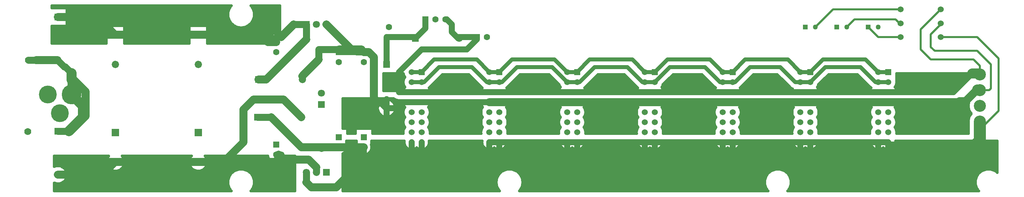
<source format=gbl>
G04 DipTrace 3.0.0.1*
G04 moraydular_powerbus_powered_skiff.GBL*
%MOMM*%
G04 #@! TF.FileFunction,Copper,L2,Bot*
G04 #@! TF.Part,Single*
G04 #@! TA.AperFunction,CopperBalancing*
%ADD13C,2.032*%
G04 #@! TA.AperFunction,Conductor*
%ADD14C,2.54*%
%ADD15C,0.508*%
G04 #@! TA.AperFunction,ComponentPad*
%ADD16C,1.524*%
G04 #@! TA.AperFunction,Conductor*
%ADD17C,1.5*%
%ADD18C,1.8*%
G04 #@! TA.AperFunction,ComponentPad*
%ADD19C,1.6*%
G04 #@! TA.AperFunction,Conductor*
%ADD20C,3.048*%
%ADD21C,1.016*%
%ADD22C,1.85*%
%ADD23C,2.0*%
%ADD24C,1.778*%
G04 #@! TA.AperFunction,CopperBalancing*
%ADD25C,0.635*%
G04 #@! TA.AperFunction,ComponentPad*
%ADD28R,1.524X1.524*%
%ADD29C,1.27*%
%ADD30R,1.27X1.27*%
%ADD31R,1.6X1.6*%
%ADD32C,1.6*%
%ADD33R,1.8X1.8*%
%ADD34C,1.8*%
%ADD35C,3.048*%
%ADD36C,1.524*%
%ADD37C,4.5212*%
%ADD38C,5.0038*%
%ADD39R,1.85X1.85*%
%ADD40C,1.85*%
%ADD41C,1.778*%
%FSLAX35Y35*%
G04*
G71*
G90*
G75*
G01*
G04 Bottom*
%LPD*%
X12969751Y3413001D2*
D13*
X13223751D1*
X14938251D1*
X15192251D1*
X16906751D1*
X17160751D1*
X18875251D1*
X19129251D1*
X20843751D1*
X21097751D1*
X22812251D1*
X23066251D1*
X25003001D1*
X25320501Y3730501D1*
D14*
X25368761D1*
D13*
X25384001Y3715261D1*
X24399751Y5413251D2*
D15*
Y5381501D1*
X24145751Y5127501D1*
Y4810001D1*
X24241001Y4714751D1*
X25320501D1*
X25669751Y4365501D1*
Y3762251D1*
X25622761Y3715261D1*
X25384001D1*
X14938251Y3413001D2*
D16*
X13223751D1*
X12969751D1*
X11255251D1*
X11001251D1*
X10366251Y3260501D2*
D17*
X10594751D1*
X10747251Y3413001D1*
X11001251D1*
X8842251Y5381501D2*
D18*
D3*
D13*
X9477251Y4746501D1*
D19*
X9540751D1*
X9604251Y4683001D1*
X9794751D1*
D13*
X9921751D1*
X10048751Y4556001D1*
Y3514501D1*
X10167271Y3395981D1*
D18*
X10230771D1*
X10366251Y3260501D1*
X8232751Y3984501D2*
Y4073501D1*
D13*
X8651751Y4492501D1*
D18*
Y4746501D1*
X8715251D1*
X9160851D1*
D13*
X9731251D1*
D19*
X9794751Y4683001D1*
X9159751D2*
D17*
X9794751D1*
X12969751Y3667001D2*
D16*
X13223751D1*
X14938251D1*
X15192251D1*
X16906751D1*
X17160751D1*
X18875251D1*
X19129251D1*
X20843751D1*
X21097751D1*
X22812251D1*
X23066251D1*
X25384001Y4111501D2*
D14*
Y4143251D1*
X25193501D1*
D16*
X24717251Y3667001D1*
X23066251D1*
X24399751Y5762501D2*
D15*
X23891751Y5254501D1*
Y4746501D1*
X24145751Y4492501D1*
X25225251D1*
X25384001Y4333751D1*
Y4111501D1*
X11001251Y3667001D2*
D16*
X11255251D1*
X12969751D1*
X12201501Y5032251D2*
X12176001D1*
X12017251Y5191001D1*
Y5381501D1*
X11890251Y5508501D1*
X11858501D1*
X12201501Y5032251D2*
D17*
Y5064001D1*
X12652251D1*
Y5000501D1*
X12398251Y4746501D1*
X11255251D1*
X10683751Y4175001D1*
Y3667001D1*
X11001251D1*
X12969751Y2397001D2*
D16*
X13223751D1*
X14938251D1*
X15192251D1*
X16906751D1*
X17160751D1*
X18875251D1*
X19129251D1*
X20843751D1*
X21097751D1*
X22812251D1*
X23066251D1*
Y2333501D1*
X23955251D1*
D13*
X25288751D1*
D20*
X25384001Y2428751D1*
Y2922781D1*
X24399751Y5064001D2*
D15*
X25320501D1*
X25860251Y4524251D1*
Y3190724D1*
X25488154Y2818627D1*
X25384001Y2922781D1*
X7102251Y3032001D2*
D18*
X7445251D1*
D13*
X8207251Y2270001D1*
X8740751D1*
D18*
X8715251Y2244501D1*
X8334251Y1635001D2*
Y1381001D1*
D13*
X8461251Y1254001D1*
X9096251D1*
X9413751Y1571501D1*
Y2141591D1*
D19*
X9666341D1*
X9794751Y2270001D1*
X8715251Y2244501D2*
D18*
Y2270001D1*
D13*
X9794751D1*
X9159751D2*
D17*
X9794751D1*
X12969751Y3921001D2*
D21*
X13223751D1*
X13287251D1*
X13668251Y4302001D1*
X14557251D1*
X14938251Y3921001D1*
X15192251D1*
X15255751D1*
X15636751Y4302001D1*
X16462251D1*
X16843251Y3921001D1*
X16906751D1*
X17160751D1*
X17541751Y4302001D1*
X18430751D1*
X18811751Y3921001D1*
X18875251D1*
X19129251D1*
X19192751D1*
X19573751Y4302001D1*
X20335751D1*
X20716751Y3921001D1*
X20843751D1*
X21097751D1*
X21478751Y4302001D1*
X22367751D1*
X22748751Y3921001D1*
X22812251D1*
X23066251D1*
X11001251D2*
X11255251D1*
X11318751D1*
X11699751Y4302001D1*
X12525251D1*
X12906251Y3921001D1*
X12969751D1*
X23383751Y5413251D2*
D15*
X23352001D1*
X23256751Y5508501D1*
X22209001D1*
X22018501Y5318001D1*
X2047751Y5572001D2*
D18*
X2239351D1*
D13*
X3051751D1*
X3365001Y5258751D1*
D22*
X3502251Y5121501D1*
X3696351D1*
D13*
X5403651D1*
D22*
X5597751D1*
X7127751Y3984501D2*
D13*
X7318251D1*
X8334251Y5000501D1*
D18*
Y5381501D1*
X5597751Y5121501D2*
D22*
X5791851D1*
D13*
X7387751D1*
D19*
X7572251Y4937001D1*
Y5064001D1*
X7699251D1*
D13*
X8016751Y5381501D1*
D18*
X8334251D1*
X2047751Y1571501D2*
X2239351D1*
D13*
X3178751D1*
X3365001Y1757751D1*
D22*
X3502251Y1895001D1*
X3696351D1*
D13*
X5403651D1*
D22*
X5597751D1*
X8207251Y3032001D2*
D13*
X7762751Y3476501D1*
X7000751D1*
X6746751Y3222501D1*
Y2397001D1*
X6244751Y1895001D1*
X5791851D1*
D22*
X5597751D1*
X5791851D2*
D13*
X7514751D1*
D19*
X7699251Y2079501D1*
X7572251D1*
X7635751D1*
D13*
X7762751Y1952501D1*
X8397751D1*
X8588251Y1762001D1*
D18*
Y1635001D1*
X12969751Y4175001D2*
D21*
X13223751D1*
X13541251Y4492501D1*
X14620751D1*
X14938251Y4175001D1*
X15192251D1*
X15509751Y4492501D1*
X16589251D1*
X16906751Y4175001D1*
X17160751D1*
X17478251Y4492501D1*
X18557751D1*
X18875251Y4175001D1*
X19129251D1*
X19446751Y4492501D1*
X20526251D1*
X20843751Y4175001D1*
X21097751D1*
X21415251Y4492501D1*
X22494751D1*
X22812251Y4175001D1*
X23066251D1*
X12969751D2*
X12652251Y4492501D1*
X11572751D1*
X11255251Y4175001D1*
X11001251D1*
X2393751Y3603501D2*
D23*
Y3980501D1*
D14*
Y4032983D1*
Y4146501D1*
D18*
X2226694Y4313557D1*
X2201194D1*
X2047751Y4467001D1*
Y2676501D2*
X2327251D1*
D14*
X2682751Y3032001D1*
Y3314501D1*
X2554264Y3442987D1*
D23*
X2393751Y3603501D1*
X1300981Y4476837D2*
D24*
X1491481D1*
D13*
X2037914D1*
D18*
X2047751Y4467001D1*
X2393751Y4032983D2*
D13*
X2745757Y3680976D1*
Y3058130D1*
X2364128Y2676501D1*
D18*
X2327251D1*
X23383751Y5762501D2*
D15*
X21669251D1*
X21224751Y5318001D1*
X10366251Y4365501D2*
D16*
Y5064001D1*
X10429751D1*
X11096501Y5032251D2*
X11350501Y5286251D1*
Y5508501D1*
X10429751Y5064001D2*
X11096501D1*
Y5032251D1*
X23383751Y5064001D2*
D15*
X22812251D1*
X22558251Y5318001D1*
X9356537Y2365584D2*
D25*
X9597964D1*
X9991537D2*
X10810911D1*
X11445591D2*
X12779411D1*
X13414091D2*
X14747911D1*
X15382591D2*
X16716411D1*
X17351091D2*
X18684911D1*
X19319591D2*
X20653411D1*
X21288091D2*
X22621911D1*
X23256591D2*
X25822087D1*
X9353811Y2302417D2*
X9600691D1*
X9988811D2*
X10833981D1*
X11422521D2*
X12802481D1*
X13391021D2*
X14770981D1*
X15359521D2*
X16739481D1*
X17328021D2*
X18707981D1*
X19296521D2*
X20676481D1*
X21265021D2*
X22644981D1*
X23233521D2*
X25822087D1*
X9354057Y2239251D2*
X9600444D1*
X9989057D2*
X10895001D1*
X11107501D2*
X11149167D1*
X11361501D2*
X12863501D1*
X13076001D2*
X13117667D1*
X13330001D2*
X14832001D1*
X15044501D2*
X15086167D1*
X15298501D2*
X16800501D1*
X17013001D2*
X17054667D1*
X17267001D2*
X18769001D1*
X18981501D2*
X19023167D1*
X19235501D2*
X20737501D1*
X20950001D2*
X20991667D1*
X21204001D2*
X22706001D1*
X22918501D2*
X22960167D1*
X23172501D2*
X25822087D1*
X9331857Y2176084D2*
X9622644D1*
X9966857D2*
X25822087D1*
X9273814Y2112917D2*
X9680687D1*
X9908814D2*
X25822087D1*
X9261414Y2049751D2*
X25822087D1*
X9261414Y1986584D2*
X25822087D1*
X9261414Y1923417D2*
X25822087D1*
X9261414Y1860251D2*
X25822087D1*
X9261414Y1797084D2*
X25822087D1*
X9261414Y1733917D2*
X25822087D1*
X9261414Y1670751D2*
X13309117D1*
X13646384D2*
X20103617D1*
X20440884D2*
X25437617D1*
X25774884D2*
X25822034D1*
X9261414Y1607584D2*
X13228624D1*
X13726877D2*
X20023124D1*
X20521377D2*
X25357124D1*
X9261414Y1544417D2*
X13182364D1*
X13773137D2*
X19976864D1*
X20567637D2*
X25310864D1*
X9261414Y1481251D2*
X13154831D1*
X13800671D2*
X19949331D1*
X20595171D2*
X25283331D1*
X9261414Y1418084D2*
X13141437D1*
X13814064D2*
X19935937D1*
X20608564D2*
X25269937D1*
X9261414Y1354917D2*
X13140321D1*
X13815181D2*
X19934821D1*
X20609681D2*
X25268821D1*
X9261414Y1291751D2*
X13151481D1*
X13804021D2*
X19945981D1*
X20598521D2*
X25279981D1*
X9261414Y1228584D2*
X13176411D1*
X13779091D2*
X19970911D1*
X20573591D2*
X25304911D1*
X9261414Y1165417D2*
X13218827D1*
X13736674D2*
X20013327D1*
X20531174D2*
X25347327D1*
X13410334Y2390651D2*
X13407747Y2365404D1*
X13401761Y2340741D1*
X13392484Y2317114D1*
X13380091Y2294967D1*
X13364807Y2274704D1*
X13346914Y2256701D1*
X13326747Y2241294D1*
X13304677Y2228761D1*
X13281111Y2219341D1*
X13256484Y2213204D1*
X13231251Y2210461D1*
X13205881Y2211167D1*
X13180841Y2215311D1*
X13156594Y2222807D1*
X13133587Y2233527D1*
X13112247Y2247267D1*
X13096764Y2260174D1*
X13077984Y2244887D1*
X13056351Y2231611D1*
X13033117Y2221394D1*
X13008714Y2214421D1*
X12983591Y2210824D1*
X12958211Y2210667D1*
X12933044Y2213954D1*
X12908554Y2220624D1*
X12885197Y2230554D1*
X12863404Y2243561D1*
X12843574Y2259404D1*
X12826077Y2277791D1*
X12811237Y2298377D1*
X12799324Y2320791D1*
X12790564Y2344611D1*
X12785114Y2369397D1*
X12783074Y2394697D1*
X12784487Y2420037D1*
X12785804Y2428744D1*
X11439177Y2428751D1*
X11441621Y2407951D1*
X11441507Y2384311D1*
X11438067Y2359164D1*
X11431244Y2334717D1*
X11421171Y2311424D1*
X11408031Y2289707D1*
X11392067Y2269977D1*
X11373574Y2252594D1*
X11352894Y2237881D1*
X11330407Y2226107D1*
X11306534Y2217494D1*
X11281714Y2212194D1*
X11256404Y2210314D1*
X11231071Y2211884D1*
X11206187Y2216874D1*
X11182207Y2225194D1*
X11159581Y2236687D1*
X11138721Y2251147D1*
X11128264Y2260174D1*
X11109484Y2244887D1*
X11087851Y2231611D1*
X11064617Y2221394D1*
X11040214Y2214421D1*
X11015091Y2210824D1*
X10989711Y2210667D1*
X10964544Y2213954D1*
X10940054Y2220624D1*
X10916697Y2230554D1*
X10894904Y2243561D1*
X10875074Y2259404D1*
X10857577Y2277791D1*
X10842737Y2298377D1*
X10830824Y2320791D1*
X10822064Y2344611D1*
X10816614Y2369397D1*
X10814574Y2394697D1*
X10815987Y2420037D1*
X10817304Y2428744D1*
X9985241Y2428741D1*
Y2333511D1*
X9974451D1*
X9982064Y2304641D1*
X9985007Y2279431D1*
X9984817Y2257311D1*
X9981444Y2232154D1*
X9974754Y2207671D1*
X9964871Y2184294D1*
X9951964Y2162437D1*
X9936271Y2142491D1*
X9918061Y2124807D1*
X9897664Y2109704D1*
X9875441Y2097444D1*
X9851784Y2088247D1*
X9827114Y2082281D1*
X9801871Y2079644D1*
X9776501Y2080387D1*
X9751454Y2084497D1*
X9727177Y2091901D1*
X9704097Y2102464D1*
X9682631Y2116004D1*
X9663151Y2132277D1*
X9646011Y2150994D1*
X9631507Y2171824D1*
X9619904Y2194397D1*
X9611407Y2218314D1*
X9606164Y2243147D1*
X9604267Y2268457D1*
X9605754Y2293797D1*
X9610594Y2318711D1*
X9615187Y2333514D1*
X9604261Y2333511D1*
X9604251Y2428751D1*
X9350241Y2428741D1*
Y2333511D1*
X9339451D1*
X9344977Y2314471D1*
X9349654Y2284947D1*
Y2255054D1*
X9344977Y2225531D1*
X9335741Y2197104D1*
X9322171Y2170471D1*
X9304601Y2146287D1*
X9283464Y2125151D1*
X9259281Y2107581D1*
X9255051Y2105211D1*
X9255001Y1158874D1*
X13231067Y1158751D1*
X13209091Y1185807D1*
X13194604Y1207487D1*
X13181861Y1230237D1*
X13170947Y1253917D1*
X13161921Y1278381D1*
X13154844Y1303477D1*
X13149757Y1329051D1*
X13146691Y1354947D1*
X13145667Y1381001D1*
X13146691Y1407054D1*
X13149757Y1432951D1*
X13154844Y1458524D1*
X13161921Y1483621D1*
X13170947Y1508084D1*
X13181861Y1531764D1*
X13194604Y1554514D1*
X13209091Y1576194D1*
X13225234Y1596671D1*
X13242931Y1615821D1*
X13262081Y1633517D1*
X13282557Y1649661D1*
X13304237Y1664147D1*
X13326987Y1676891D1*
X13350667Y1687804D1*
X13375131Y1696831D1*
X13400227Y1703907D1*
X13425801Y1708994D1*
X13451697Y1712061D1*
X13477751Y1713084D1*
X13503804Y1712061D1*
X13529701Y1708994D1*
X13555274Y1703907D1*
X13580371Y1696831D1*
X13604834Y1687804D1*
X13628514Y1676891D1*
X13651264Y1664147D1*
X13672944Y1649661D1*
X13693421Y1633517D1*
X13712571Y1615821D1*
X13730267Y1596671D1*
X13746411Y1576194D1*
X13760897Y1554514D1*
X13773641Y1531764D1*
X13784554Y1508084D1*
X13793581Y1483621D1*
X13800657Y1458524D1*
X13805744Y1432951D1*
X13808811Y1407054D1*
X13809834Y1381001D1*
X13808811Y1354947D1*
X13805744Y1329051D1*
X13800657Y1303477D1*
X13793581Y1278381D1*
X13784554Y1253917D1*
X13773641Y1230237D1*
X13760897Y1207487D1*
X13746411Y1185807D1*
X13724254Y1158824D1*
X20025567Y1158751D1*
X20003591Y1185807D1*
X19989104Y1207487D1*
X19976361Y1230237D1*
X19965447Y1253917D1*
X19956421Y1278381D1*
X19949344Y1303477D1*
X19944257Y1329051D1*
X19941191Y1354947D1*
X19940167Y1381001D1*
X19941191Y1407054D1*
X19944257Y1432951D1*
X19949344Y1458524D1*
X19956421Y1483621D1*
X19965447Y1508084D1*
X19976361Y1531764D1*
X19989104Y1554514D1*
X20003591Y1576194D1*
X20019734Y1596671D1*
X20037431Y1615821D1*
X20056581Y1633517D1*
X20077057Y1649661D1*
X20098737Y1664147D1*
X20121487Y1676891D1*
X20145167Y1687804D1*
X20169631Y1696831D1*
X20194727Y1703907D1*
X20220301Y1708994D1*
X20246197Y1712061D1*
X20272251Y1713084D1*
X20298304Y1712061D1*
X20324201Y1708994D1*
X20349774Y1703907D1*
X20374871Y1696831D1*
X20399334Y1687804D1*
X20423014Y1676891D1*
X20445764Y1664147D1*
X20467444Y1649661D1*
X20487921Y1633517D1*
X20507071Y1615821D1*
X20524767Y1596671D1*
X20540911Y1576194D1*
X20555397Y1554514D1*
X20568141Y1531764D1*
X20579054Y1508084D1*
X20588081Y1483621D1*
X20595157Y1458524D1*
X20600244Y1432951D1*
X20603311Y1407054D1*
X20604334Y1381001D1*
X20603311Y1354947D1*
X20600244Y1329051D1*
X20595157Y1303477D1*
X20588081Y1278381D1*
X20579054Y1253917D1*
X20568141Y1230237D1*
X20555397Y1207487D1*
X20540911Y1185807D1*
X20518754Y1158824D1*
X25359567Y1158751D1*
X25337591Y1185807D1*
X25323104Y1207487D1*
X25310361Y1230237D1*
X25299447Y1253917D1*
X25290421Y1278381D1*
X25283344Y1303477D1*
X25278257Y1329051D1*
X25275191Y1354947D1*
X25274167Y1381001D1*
X25275191Y1407054D1*
X25278257Y1432951D1*
X25283344Y1458524D1*
X25290421Y1483621D1*
X25299447Y1508084D1*
X25310361Y1531764D1*
X25323104Y1554514D1*
X25337591Y1576194D1*
X25353734Y1596671D1*
X25371431Y1615821D1*
X25390581Y1633517D1*
X25411057Y1649661D1*
X25432737Y1664147D1*
X25455487Y1676891D1*
X25479167Y1687804D1*
X25503631Y1696831D1*
X25528727Y1703907D1*
X25554301Y1708994D1*
X25580197Y1712061D1*
X25606251Y1713084D1*
X25632304Y1712061D1*
X25658201Y1708994D1*
X25683774Y1703907D1*
X25708871Y1696831D1*
X25733334Y1687804D1*
X25757014Y1676891D1*
X25779764Y1664147D1*
X25801444Y1649661D1*
X25828427Y1627504D1*
X25828501Y2428627D1*
X23250177Y2428751D1*
X23252621Y2407951D1*
X23252507Y2384311D1*
X23249067Y2359164D1*
X23242244Y2334717D1*
X23232171Y2311424D1*
X23219031Y2289707D1*
X23203067Y2269977D1*
X23184574Y2252594D1*
X23163894Y2237881D1*
X23141407Y2226107D1*
X23117534Y2217494D1*
X23092714Y2212194D1*
X23067404Y2210314D1*
X23042071Y2211884D1*
X23017187Y2216874D1*
X22993207Y2225194D1*
X22970581Y2236687D1*
X22949721Y2251147D1*
X22939264Y2260174D1*
X22920484Y2244887D1*
X22898851Y2231611D1*
X22875617Y2221394D1*
X22851214Y2214421D1*
X22826091Y2210824D1*
X22800711Y2210667D1*
X22775544Y2213954D1*
X22751054Y2220624D1*
X22727697Y2230554D1*
X22705904Y2243561D1*
X22686074Y2259404D1*
X22668577Y2277791D1*
X22653737Y2298377D1*
X22641824Y2320791D1*
X22633064Y2344611D1*
X22627614Y2369397D1*
X22625574Y2394697D1*
X22626987Y2420037D1*
X22628304Y2428744D1*
X21281677Y2428751D1*
X21284121Y2407951D1*
X21284007Y2384311D1*
X21280567Y2359164D1*
X21273744Y2334717D1*
X21263671Y2311424D1*
X21250531Y2289707D1*
X21234567Y2269977D1*
X21216074Y2252594D1*
X21195394Y2237881D1*
X21172907Y2226107D1*
X21149034Y2217494D1*
X21124214Y2212194D1*
X21098904Y2210314D1*
X21073571Y2211884D1*
X21048687Y2216874D1*
X21024707Y2225194D1*
X21002081Y2236687D1*
X20981221Y2251147D1*
X20970764Y2260174D1*
X20951984Y2244887D1*
X20930351Y2231611D1*
X20907117Y2221394D1*
X20882714Y2214421D1*
X20857591Y2210824D1*
X20832211Y2210667D1*
X20807044Y2213954D1*
X20782554Y2220624D1*
X20759197Y2230554D1*
X20737404Y2243561D1*
X20717574Y2259404D1*
X20700077Y2277791D1*
X20685237Y2298377D1*
X20673324Y2320791D1*
X20664564Y2344611D1*
X20659114Y2369397D1*
X20657074Y2394697D1*
X20658487Y2420037D1*
X20659804Y2428744D1*
X19313177Y2428751D1*
X19315621Y2407951D1*
X19315507Y2384311D1*
X19312067Y2359164D1*
X19305244Y2334717D1*
X19295171Y2311424D1*
X19282031Y2289707D1*
X19266067Y2269977D1*
X19247574Y2252594D1*
X19226894Y2237881D1*
X19204407Y2226107D1*
X19180534Y2217494D1*
X19155714Y2212194D1*
X19130404Y2210314D1*
X19105071Y2211884D1*
X19080187Y2216874D1*
X19056207Y2225194D1*
X19033581Y2236687D1*
X19012721Y2251147D1*
X19002264Y2260174D1*
X18983484Y2244887D1*
X18961851Y2231611D1*
X18938617Y2221394D1*
X18914214Y2214421D1*
X18889091Y2210824D1*
X18863711Y2210667D1*
X18838544Y2213954D1*
X18814054Y2220624D1*
X18790697Y2230554D1*
X18768904Y2243561D1*
X18749074Y2259404D1*
X18731577Y2277791D1*
X18716737Y2298377D1*
X18704824Y2320791D1*
X18696064Y2344611D1*
X18690614Y2369397D1*
X18688574Y2394697D1*
X18689987Y2420037D1*
X18691304Y2428744D1*
X17344677Y2428751D1*
X17347121Y2407951D1*
X17347007Y2384311D1*
X17343567Y2359164D1*
X17336744Y2334717D1*
X17326671Y2311424D1*
X17313531Y2289707D1*
X17297567Y2269977D1*
X17279074Y2252594D1*
X17258394Y2237881D1*
X17235907Y2226107D1*
X17212034Y2217494D1*
X17187214Y2212194D1*
X17161904Y2210314D1*
X17136571Y2211884D1*
X17111687Y2216874D1*
X17087707Y2225194D1*
X17065081Y2236687D1*
X17044221Y2251147D1*
X17033764Y2260174D1*
X17014984Y2244887D1*
X16993351Y2231611D1*
X16970117Y2221394D1*
X16945714Y2214421D1*
X16920591Y2210824D1*
X16895211Y2210667D1*
X16870044Y2213954D1*
X16845554Y2220624D1*
X16822197Y2230554D1*
X16800404Y2243561D1*
X16780574Y2259404D1*
X16763077Y2277791D1*
X16748237Y2298377D1*
X16736324Y2320791D1*
X16727564Y2344611D1*
X16722114Y2369397D1*
X16720074Y2394697D1*
X16721487Y2420037D1*
X16722804Y2428744D1*
X15376177Y2428751D1*
X15378621Y2407951D1*
X15378507Y2384311D1*
X15375067Y2359164D1*
X15368244Y2334717D1*
X15358171Y2311424D1*
X15345031Y2289707D1*
X15329067Y2269977D1*
X15310574Y2252594D1*
X15289894Y2237881D1*
X15267407Y2226107D1*
X15243534Y2217494D1*
X15218714Y2212194D1*
X15193404Y2210314D1*
X15168071Y2211884D1*
X15143187Y2216874D1*
X15119207Y2225194D1*
X15096581Y2236687D1*
X15075721Y2251147D1*
X15065264Y2260174D1*
X15046484Y2244887D1*
X15024851Y2231611D1*
X15001617Y2221394D1*
X14977214Y2214421D1*
X14952091Y2210824D1*
X14926711Y2210667D1*
X14901544Y2213954D1*
X14877054Y2220624D1*
X14853697Y2230554D1*
X14831904Y2243561D1*
X14812074Y2259404D1*
X14794577Y2277791D1*
X14779737Y2298377D1*
X14767824Y2320791D1*
X14759064Y2344611D1*
X14753614Y2369397D1*
X14751574Y2394697D1*
X14752987Y2420037D1*
X14754304Y2428744D1*
X13407677Y2428751D1*
X13410121Y2407951D1*
X13410334Y2390651D1*
X13223751Y2397001D2*
D16*
Y2210434D1*
X12969751Y2397001D2*
Y2210434D1*
X21097751Y2397001D2*
Y2210434D1*
X20843751Y2397001D2*
Y2210434D1*
X19129251Y2397001D2*
Y2210434D1*
X18875251Y2397001D2*
Y2210434D1*
X17160751Y2397001D2*
Y2210434D1*
X16906751Y2397001D2*
Y2210434D1*
X15192251Y2397001D2*
Y2210434D1*
X14938251Y2397001D2*
Y2210434D1*
X23066251Y2397001D2*
Y2210434D1*
X22812251Y2397001D2*
Y2210434D1*
X11255251Y2397001D2*
Y2210434D1*
X11001251Y2397001D2*
Y2210434D1*
X9794751Y2270001D2*
Y2079634D1*
X9261414Y3445084D2*
D25*
X10229737D1*
X10502764D2*
X10785241D1*
X11471261D2*
X12753741D1*
X13439761D2*
X14722241D1*
X15408261D2*
X16690741D1*
X17376761D2*
X18659241D1*
X19345261D2*
X20627741D1*
X21313761D2*
X22596241D1*
X23282261D2*
X25118381D1*
X9261414Y3381917D2*
X10169464D1*
X10563037D2*
X10785114D1*
X11471387D2*
X12753614D1*
X13439887D2*
X14722114D1*
X15408387D2*
X16690614D1*
X17376887D2*
X18659114D1*
X19345387D2*
X20627614D1*
X21313887D2*
X22596114D1*
X23282387D2*
X25096304D1*
X9261414Y3318751D2*
X10141681D1*
X10590821D2*
X10804957D1*
X11451544D2*
X12773457D1*
X13420044D2*
X14741957D1*
X15388544D2*
X16710457D1*
X17357044D2*
X18678957D1*
X19325544D2*
X20647457D1*
X21294044D2*
X22615957D1*
X23262544D2*
X25089357D1*
X9261414Y3255584D2*
X10134117D1*
X10598384D2*
X10806074D1*
X11450427D2*
X12774574D1*
X13418927D2*
X14743074D1*
X15387427D2*
X16711574D1*
X17355927D2*
X18680074D1*
X19324427D2*
X20648574D1*
X21292927D2*
X22617074D1*
X23261427D2*
X25096427D1*
X9261414Y3192417D2*
X10144534D1*
X10587967D2*
X10785487D1*
X11471014D2*
X12753987D1*
X13439514D2*
X14722487D1*
X15408014D2*
X16690987D1*
X17376514D2*
X18659487D1*
X19345014D2*
X20627987D1*
X21313514D2*
X22596487D1*
X23282014D2*
X25118627D1*
X9261414Y3129251D2*
X10176037D1*
X10556464D2*
X10784867D1*
X11471634D2*
X12753367D1*
X13440134D2*
X14721867D1*
X15408634D2*
X16690367D1*
X17377134D2*
X18658867D1*
X19345634D2*
X20627367D1*
X21314134D2*
X22595867D1*
X23282634D2*
X25160671D1*
X9261414Y3066084D2*
X10244867D1*
X10487634D2*
X10804214D1*
X11452287D2*
X12772714D1*
X13420787D2*
X14741214D1*
X15389287D2*
X16709714D1*
X17357787D2*
X18678214D1*
X19326287D2*
X20646714D1*
X21294787D2*
X22615214D1*
X23263287D2*
X25127557D1*
X9261414Y3002917D2*
X10806821D1*
X11449681D2*
X12775321D1*
X13418181D2*
X14743821D1*
X15386681D2*
X16712321D1*
X17355181D2*
X18680821D1*
X19323681D2*
X20649321D1*
X21292181D2*
X22617821D1*
X23260681D2*
X25100767D1*
X9261414Y2939751D2*
X10785734D1*
X11470767D2*
X12754234D1*
X13439267D2*
X14722734D1*
X15407767D2*
X16691234D1*
X17376267D2*
X18659734D1*
X19344767D2*
X20628234D1*
X21313267D2*
X22596734D1*
X23281767D2*
X25089854D1*
X9261414Y2876584D2*
X10784744D1*
X11471757D2*
X12753244D1*
X13440257D2*
X14721744D1*
X15408757D2*
X16690244D1*
X17377257D2*
X18658744D1*
X19345757D2*
X20627244D1*
X21314257D2*
X22595744D1*
X23282757D2*
X25089357D1*
X9261414Y2813417D2*
X10803594D1*
X11452907D2*
X12772094D1*
X13421407D2*
X14740594D1*
X15389907D2*
X16709094D1*
X17358407D2*
X18677594D1*
X19326907D2*
X20646094D1*
X21295407D2*
X22614594D1*
X23263907D2*
X25089357D1*
X9261414Y2750251D2*
X10807441D1*
X11449061D2*
X12775941D1*
X13417561D2*
X14744441D1*
X15386061D2*
X16712941D1*
X17354561D2*
X18681441D1*
X19323061D2*
X20649941D1*
X21291561D2*
X22618441D1*
X23260061D2*
X25089357D1*
X9381964Y2687084D2*
X9572537D1*
X10016964D2*
X10785861D1*
X11470641D2*
X12754361D1*
X13439141D2*
X14722861D1*
X15407641D2*
X16691361D1*
X17376141D2*
X18659861D1*
X19344641D2*
X20628361D1*
X21313141D2*
X22596861D1*
X23281641D2*
X25089357D1*
X9381964Y2623917D2*
X9572537D1*
X10016964D2*
X10784494D1*
X11472007D2*
X12752994D1*
X13440507D2*
X14721494D1*
X15409007D2*
X16689994D1*
X17377507D2*
X18658494D1*
X19346007D2*
X20626994D1*
X21314507D2*
X22595494D1*
X23283007D2*
X25089357D1*
X13435744Y3406651D2*
X13433467Y3381371D1*
X13428187Y3356541D1*
X13419977Y3332521D1*
X13408957Y3309651D1*
X13393601Y3286024D1*
X13404587Y3269817D1*
X13419697Y3240164D1*
X13429981Y3208511D1*
X13435187Y3175641D1*
Y3142361D1*
X13429981Y3109491D1*
X13419697Y3077837D1*
X13404587Y3048184D1*
X13393524Y3032037D1*
X13404587Y3015817D1*
X13419697Y2986164D1*
X13429981Y2954511D1*
X13435187Y2921641D1*
Y2888361D1*
X13429981Y2855491D1*
X13419697Y2823837D1*
X13404587Y2794184D1*
X13393524Y2778037D1*
X13404587Y2761817D1*
X13419697Y2732164D1*
X13429981Y2700511D1*
X13435187Y2667641D1*
Y2634361D1*
X13433404Y2619307D1*
X14728527Y2619251D1*
X14726161Y2651001D1*
X14728771Y2684177D1*
X14736541Y2716541D1*
X14749277Y2747287D1*
X14766667Y2775664D1*
X14768477Y2777964D1*
X14757414Y2794184D1*
X14742304Y2823837D1*
X14732021Y2855491D1*
X14726814Y2888361D1*
Y2921641D1*
X14732021Y2954511D1*
X14742304Y2986164D1*
X14757414Y3015817D1*
X14768477Y3031964D1*
X14757414Y3048184D1*
X14742304Y3077837D1*
X14732021Y3109491D1*
X14726814Y3142361D1*
Y3175641D1*
X14732021Y3208511D1*
X14742304Y3240164D1*
X14757414Y3269817D1*
X14768477Y3285964D1*
X14755991Y3304541D1*
X14744337Y3327091D1*
X14735464Y3350874D1*
X14729494Y3375547D1*
X14726514Y3400757D1*
X14726567Y3426141D1*
X14729654Y3451337D1*
X14730367Y3454914D1*
X13431737Y3454911D1*
X13435514Y3424794D1*
X13435744Y3406651D1*
X12760097Y2619307D2*
X12757661Y2651001D1*
X12760271Y2684177D1*
X12768041Y2716541D1*
X12780777Y2747287D1*
X12798167Y2775664D1*
X12799977Y2777964D1*
X12788914Y2794184D1*
X12773804Y2823837D1*
X12763521Y2855491D1*
X12758314Y2888361D1*
Y2921641D1*
X12763521Y2954511D1*
X12773804Y2986164D1*
X12788914Y3015817D1*
X12799977Y3031964D1*
X12788914Y3048184D1*
X12773804Y3077837D1*
X12763521Y3109491D1*
X12758314Y3142361D1*
Y3175641D1*
X12763521Y3208511D1*
X12773804Y3240164D1*
X12788914Y3269817D1*
X12799977Y3285964D1*
X12787491Y3304541D1*
X12775837Y3327091D1*
X12766964Y3350874D1*
X12760994Y3375547D1*
X12758014Y3400757D1*
X12758067Y3426141D1*
X12761154Y3451337D1*
X12761867Y3454914D1*
X11463237Y3454911D1*
X11467014Y3424794D1*
X11466961Y3400307D1*
X11463927Y3375104D1*
X11457904Y3350444D1*
X11448981Y3326681D1*
X11437281Y3304154D1*
X11425101Y3286024D1*
X11436087Y3269817D1*
X11451197Y3240164D1*
X11461481Y3208511D1*
X11466687Y3175641D1*
Y3142361D1*
X11461481Y3109491D1*
X11451197Y3077837D1*
X11436087Y3048184D1*
X11425024Y3032037D1*
X11436087Y3015817D1*
X11451197Y2986164D1*
X11461481Y2954511D1*
X11466687Y2921641D1*
Y2888361D1*
X11461481Y2855491D1*
X11451197Y2823837D1*
X11436087Y2794184D1*
X11425024Y2778037D1*
X11436087Y2761817D1*
X11451197Y2732164D1*
X11461481Y2700511D1*
X11466687Y2667641D1*
Y2634361D1*
X11464904Y2619307D1*
X12760027Y2619251D1*
X21309744Y3406651D2*
X21307467Y3381371D1*
X21302187Y3356541D1*
X21293977Y3332521D1*
X21282957Y3309651D1*
X21267601Y3286024D1*
X21278587Y3269817D1*
X21293697Y3240164D1*
X21303981Y3208511D1*
X21309187Y3175641D1*
Y3142361D1*
X21303981Y3109491D1*
X21293697Y3077837D1*
X21278587Y3048184D1*
X21267524Y3032037D1*
X21278587Y3015817D1*
X21293697Y2986164D1*
X21303981Y2954511D1*
X21309187Y2921641D1*
Y2888361D1*
X21303981Y2855491D1*
X21293697Y2823837D1*
X21278587Y2794184D1*
X21267524Y2778037D1*
X21278587Y2761817D1*
X21293697Y2732164D1*
X21303981Y2700511D1*
X21309187Y2667641D1*
Y2634361D1*
X21307404Y2619307D1*
X22602527Y2619251D1*
X22600161Y2651001D1*
X22602771Y2684177D1*
X22610541Y2716541D1*
X22623277Y2747287D1*
X22640667Y2775664D1*
X22642477Y2777964D1*
X22631414Y2794184D1*
X22616304Y2823837D1*
X22606021Y2855491D1*
X22600814Y2888361D1*
Y2921641D1*
X22606021Y2954511D1*
X22616304Y2986164D1*
X22631414Y3015817D1*
X22642477Y3031964D1*
X22631414Y3048184D1*
X22616304Y3077837D1*
X22606021Y3109491D1*
X22600814Y3142361D1*
Y3175641D1*
X22606021Y3208511D1*
X22616304Y3240164D1*
X22631414Y3269817D1*
X22642477Y3285964D1*
X22629991Y3304541D1*
X22618337Y3327091D1*
X22609464Y3350874D1*
X22603494Y3375547D1*
X22600514Y3400757D1*
X22600567Y3426141D1*
X22603654Y3451337D1*
X22604367Y3454914D1*
X21305737Y3454911D1*
X21309514Y3424794D1*
X21309744Y3406651D1*
X20634097Y2619307D2*
X20631661Y2651001D1*
X20634271Y2684177D1*
X20642041Y2716541D1*
X20654777Y2747287D1*
X20672167Y2775664D1*
X20673977Y2777964D1*
X20662914Y2794184D1*
X20647804Y2823837D1*
X20637521Y2855491D1*
X20632314Y2888361D1*
Y2921641D1*
X20637521Y2954511D1*
X20647804Y2986164D1*
X20662914Y3015817D1*
X20673977Y3031964D1*
X20662914Y3048184D1*
X20647804Y3077837D1*
X20637521Y3109491D1*
X20632314Y3142361D1*
Y3175641D1*
X20637521Y3208511D1*
X20647804Y3240164D1*
X20662914Y3269817D1*
X20673977Y3285964D1*
X20661491Y3304541D1*
X20649837Y3327091D1*
X20640964Y3350874D1*
X20634994Y3375547D1*
X20632014Y3400757D1*
X20632067Y3426141D1*
X20635154Y3451337D1*
X20635867Y3454914D1*
X19337237Y3454911D1*
X19341014Y3424794D1*
X19340961Y3400307D1*
X19337927Y3375104D1*
X19331904Y3350444D1*
X19322981Y3326681D1*
X19311281Y3304154D1*
X19299101Y3286024D1*
X19310087Y3269817D1*
X19325197Y3240164D1*
X19335481Y3208511D1*
X19340687Y3175641D1*
Y3142361D1*
X19335481Y3109491D1*
X19325197Y3077837D1*
X19310087Y3048184D1*
X19299024Y3032037D1*
X19310087Y3015817D1*
X19325197Y2986164D1*
X19335481Y2954511D1*
X19340687Y2921641D1*
Y2888361D1*
X19335481Y2855491D1*
X19325197Y2823837D1*
X19310087Y2794184D1*
X19299024Y2778037D1*
X19310087Y2761817D1*
X19325197Y2732164D1*
X19335481Y2700511D1*
X19340687Y2667641D1*
Y2634361D1*
X19338904Y2619307D1*
X20634027Y2619251D1*
X18665597Y2619307D2*
X18663161Y2651001D1*
X18665771Y2684177D1*
X18673541Y2716541D1*
X18686277Y2747287D1*
X18703667Y2775664D1*
X18705477Y2777964D1*
X18694414Y2794184D1*
X18679304Y2823837D1*
X18669021Y2855491D1*
X18663814Y2888361D1*
Y2921641D1*
X18669021Y2954511D1*
X18679304Y2986164D1*
X18694414Y3015817D1*
X18705477Y3031964D1*
X18694414Y3048184D1*
X18679304Y3077837D1*
X18669021Y3109491D1*
X18663814Y3142361D1*
Y3175641D1*
X18669021Y3208511D1*
X18679304Y3240164D1*
X18694414Y3269817D1*
X18705477Y3285964D1*
X18692991Y3304541D1*
X18681337Y3327091D1*
X18672464Y3350874D1*
X18666494Y3375547D1*
X18663514Y3400757D1*
X18663567Y3426141D1*
X18666654Y3451337D1*
X18667367Y3454914D1*
X17368737Y3454911D1*
X17372514Y3424794D1*
X17372461Y3400307D1*
X17369427Y3375104D1*
X17363404Y3350444D1*
X17354481Y3326681D1*
X17342781Y3304154D1*
X17330601Y3286024D1*
X17341587Y3269817D1*
X17356697Y3240164D1*
X17366981Y3208511D1*
X17372187Y3175641D1*
Y3142361D1*
X17366981Y3109491D1*
X17356697Y3077837D1*
X17341587Y3048184D1*
X17330524Y3032037D1*
X17341587Y3015817D1*
X17356697Y2986164D1*
X17366981Y2954511D1*
X17372187Y2921641D1*
Y2888361D1*
X17366981Y2855491D1*
X17356697Y2823837D1*
X17341587Y2794184D1*
X17330524Y2778037D1*
X17341587Y2761817D1*
X17356697Y2732164D1*
X17366981Y2700511D1*
X17372187Y2667641D1*
Y2634361D1*
X17370404Y2619307D1*
X18665527Y2619251D1*
X16697097Y2619307D2*
X16694661Y2651001D1*
X16697271Y2684177D1*
X16705041Y2716541D1*
X16717777Y2747287D1*
X16735167Y2775664D1*
X16736977Y2777964D1*
X16725914Y2794184D1*
X16710804Y2823837D1*
X16700521Y2855491D1*
X16695314Y2888361D1*
Y2921641D1*
X16700521Y2954511D1*
X16710804Y2986164D1*
X16725914Y3015817D1*
X16736977Y3031964D1*
X16725914Y3048184D1*
X16710804Y3077837D1*
X16700521Y3109491D1*
X16695314Y3142361D1*
Y3175641D1*
X16700521Y3208511D1*
X16710804Y3240164D1*
X16725914Y3269817D1*
X16736977Y3285964D1*
X16724491Y3304541D1*
X16712837Y3327091D1*
X16703964Y3350874D1*
X16697994Y3375547D1*
X16695014Y3400757D1*
X16695067Y3426141D1*
X16698154Y3451337D1*
X16698867Y3454914D1*
X15400237Y3454911D1*
X15404014Y3424794D1*
X15403961Y3400307D1*
X15400927Y3375104D1*
X15394904Y3350444D1*
X15385981Y3326681D1*
X15374281Y3304154D1*
X15362101Y3286024D1*
X15373087Y3269817D1*
X15388197Y3240164D1*
X15398481Y3208511D1*
X15403687Y3175641D1*
Y3142361D1*
X15398481Y3109491D1*
X15388197Y3077837D1*
X15373087Y3048184D1*
X15362024Y3032037D1*
X15373087Y3015817D1*
X15388197Y2986164D1*
X15398481Y2954511D1*
X15403687Y2921641D1*
Y2888361D1*
X15398481Y2855491D1*
X15388197Y2823837D1*
X15373087Y2794184D1*
X15362024Y2778037D1*
X15373087Y2761817D1*
X15388197Y2732164D1*
X15398481Y2700511D1*
X15403687Y2667641D1*
Y2634361D1*
X15401904Y2619307D1*
X16697027Y2619251D1*
X23278244Y3406651D2*
X23275967Y3381371D1*
X23270687Y3356541D1*
X23262477Y3332521D1*
X23251457Y3309651D1*
X23236101Y3286024D1*
X23247087Y3269817D1*
X23262197Y3240164D1*
X23272481Y3208511D1*
X23277687Y3175641D1*
Y3142361D1*
X23272481Y3109491D1*
X23262197Y3077837D1*
X23247087Y3048184D1*
X23236024Y3032037D1*
X23247087Y3015817D1*
X23262197Y2986164D1*
X23272481Y2954511D1*
X23277687Y2921641D1*
Y2888361D1*
X23272481Y2855491D1*
X23262197Y2823837D1*
X23247087Y2794184D1*
X23236024Y2778037D1*
X23247087Y2761817D1*
X23262197Y2732164D1*
X23272481Y2700511D1*
X23277687Y2667641D1*
Y2634361D1*
X23275904Y2619307D1*
X25095647Y2619251D1*
X25095711Y2922781D1*
X25096601Y2945401D1*
X25099261Y2967881D1*
X25103677Y2990081D1*
X25109821Y3011867D1*
X25117654Y3033104D1*
X25127131Y3053661D1*
X25138194Y3073411D1*
X25150767Y3092234D1*
X25164844Y3110074D1*
X25164784Y3131791D1*
X25150771Y3149567D1*
X25138194Y3168391D1*
X25127134Y3188141D1*
X25117654Y3208697D1*
X25109821Y3229934D1*
X25103677Y3251721D1*
X25099261Y3273921D1*
X25096601Y3296401D1*
X25095711Y3319021D1*
X25096601Y3341641D1*
X25099261Y3364121D1*
X25103677Y3386321D1*
X25109821Y3408107D1*
X25117654Y3429344D1*
X25127134Y3449901D1*
X25138194Y3469651D1*
X25150771Y3488474D1*
X25166644Y3508264D1*
X24858017Y3508251D1*
X24841914Y3495417D1*
X24813537Y3478027D1*
X24782791Y3465291D1*
X24750427Y3457521D1*
X24717251Y3454911D1*
X23274237D1*
X23278014Y3424794D1*
X23278244Y3406651D1*
X10592051Y3254151D2*
X10589914Y3228854D1*
X10584951Y3203957D1*
X10577224Y3179777D1*
X10566834Y3156614D1*
X10553911Y3134761D1*
X10538617Y3114501D1*
X10521144Y3096081D1*
X10501717Y3079737D1*
X10480581Y3065681D1*
X10457997Y3054081D1*
X10434257Y3045091D1*
X10409657Y3038821D1*
X10384507Y3035351D1*
X10359131Y3034724D1*
X10333841Y3036947D1*
X10308961Y3041997D1*
X10284804Y3049804D1*
X10261677Y3060274D1*
X10239871Y3073274D1*
X10219661Y3088634D1*
X10201301Y3106171D1*
X10185027Y3125654D1*
X10171041Y3146837D1*
X10159517Y3169461D1*
X10150611Y3193234D1*
X10144424Y3217854D1*
X10141037Y3243014D1*
X10140497Y3268394D1*
X10142811Y3293677D1*
X10147944Y3318537D1*
X10155834Y3342667D1*
X10166384Y3365757D1*
X10179457Y3387521D1*
X10194887Y3407677D1*
X10212484Y3425977D1*
X10232024Y3442184D1*
X10253257Y3456101D1*
X10275917Y3467544D1*
X10299721Y3476371D1*
X10324364Y3482474D1*
X10349534Y3485771D1*
X10374917Y3486224D1*
X10400191Y3483827D1*
X10425034Y3478607D1*
X10449137Y3470634D1*
X10472191Y3460007D1*
X10493907Y3446861D1*
X10514014Y3431357D1*
X10532251Y3413701D1*
X10548394Y3394104D1*
X10562234Y3372824D1*
X10573601Y3350124D1*
X10582347Y3326291D1*
X10588364Y3301627D1*
X10591577Y3276447D1*
X10592051Y3254151D1*
X10791597Y2619307D2*
X10789161Y2651001D1*
X10791771Y2684177D1*
X10799541Y2716541D1*
X10812277Y2747287D1*
X10829667Y2775664D1*
X10831477Y2777964D1*
X10820414Y2794184D1*
X10805304Y2823837D1*
X10795021Y2855491D1*
X10789814Y2888361D1*
Y2921641D1*
X10795021Y2954511D1*
X10805304Y2986164D1*
X10820414Y3015817D1*
X10831477Y3031964D1*
X10820414Y3048184D1*
X10805304Y3077837D1*
X10795021Y3109491D1*
X10789814Y3142361D1*
Y3175641D1*
X10795021Y3208511D1*
X10805304Y3240164D1*
X10820414Y3269817D1*
X10831477Y3285964D1*
X10818991Y3304541D1*
X10807337Y3327091D1*
X10798464Y3350874D1*
X10792494Y3375547D1*
X10789514Y3400757D1*
X10789567Y3426141D1*
X10792654Y3451337D1*
X10793611Y3456131D1*
X10667204Y3456761D1*
X10634521Y3461937D1*
X10603047Y3472164D1*
X10573561Y3487187D1*
X10546741Y3506681D1*
X10525001Y3508251D1*
X9255124D1*
X9255001Y2739924D1*
X9375641Y2739891D1*
Y2619217D1*
X9578827Y2619251D1*
X9578861Y2739891D1*
X10010641D1*
Y2619217D1*
X10791527Y2619251D1*
X10366251Y3486267D2*
D16*
Y3034734D1*
X10292544Y4080084D2*
D25*
X10805207D1*
X11748207D2*
X12476794D1*
X13716707D2*
X14508794D1*
X15685207D2*
X16413794D1*
X17590207D2*
X18382294D1*
X19622207D2*
X20287294D1*
X21527207D2*
X22319294D1*
X23284744D2*
X25064304D1*
X10292544Y4016917D2*
X10805704D1*
X11685077D2*
X12539924D1*
X13653577D2*
X14571924D1*
X15622077D2*
X16476924D1*
X17527077D2*
X18445424D1*
X19559077D2*
X20350424D1*
X21464077D2*
X22382424D1*
X23284744D2*
X24993241D1*
X10292544Y3953751D2*
X10785364D1*
X11621827D2*
X12603174D1*
X13590327D2*
X14635174D1*
X15558827D2*
X16540174D1*
X17463827D2*
X18508674D1*
X19495827D2*
X20413674D1*
X21400827D2*
X22445674D1*
X23282137D2*
X24922174D1*
X10292544Y3890584D2*
X10784991D1*
X11558697D2*
X12666304D1*
X13527197D2*
X14698304D1*
X15495697D2*
X16603304D1*
X17400697D2*
X18571804D1*
X19432697D2*
X20476804D1*
X21337697D2*
X22508804D1*
X23282511D2*
X24851111D1*
X10292544Y3827417D2*
X10804587D1*
X11495571D2*
X12729431D1*
X13464071D2*
X14741587D1*
X15432571D2*
X16666431D1*
X17357414D2*
X18634931D1*
X19369571D2*
X20539931D1*
X21294414D2*
X22571931D1*
X23262914D2*
X24780044D1*
X10292544Y3764251D2*
X10806447D1*
X11450054D2*
X12774947D1*
X13418554D2*
X14743447D1*
X15387054D2*
X16711947D1*
X17355554D2*
X18680447D1*
X19324054D2*
X20609011D1*
X21292554D2*
X22617447D1*
X23261054D2*
X24708977D1*
X10292544Y3701084D2*
X10785611D1*
X11470891D2*
X12754111D1*
X13439391D2*
X14722611D1*
X15407891D2*
X16691111D1*
X17376391D2*
X18659611D1*
X19344891D2*
X20628111D1*
X21313391D2*
X22596611D1*
X23281891D2*
X24637914D1*
X13405397Y3776451D2*
X13417844Y3752497D1*
X13426667Y3728697D1*
X13432587Y3704011D1*
X13433437Y3698747D1*
X14728601Y3699077D1*
X14733934Y3723894D1*
X14742194Y3747897D1*
X14753264Y3770741D1*
X14768401Y3793981D1*
X14757414Y3810184D1*
X14742304Y3839837D1*
X14735287Y3859907D1*
X14479917Y4115314D1*
X13745517Y4115311D1*
X13408451Y3779004D1*
X12760057Y3698757D2*
X12765434Y3723894D1*
X12773694Y3747897D1*
X12784764Y3770741D1*
X12788097Y3776464D1*
X12751791Y3811441D1*
X12447917Y4115314D1*
X11777017Y4115311D1*
X11439951Y3779004D1*
X11437741Y3775074D1*
X11449344Y3752497D1*
X11458167Y3728697D1*
X11464087Y3704011D1*
X11464937Y3698747D1*
X12760027Y3698751D1*
X21300714Y3859907D2*
X21293697Y3839837D1*
X21278587Y3810184D1*
X21267524Y3794037D1*
X21280241Y3775074D1*
X21291844Y3752497D1*
X21300667Y3728697D1*
X21306587Y3704011D1*
X21307437Y3698747D1*
X22602601Y3699077D1*
X22607934Y3723894D1*
X22616194Y3747897D1*
X22627264Y3770741D1*
X22630597Y3776464D1*
X22594291Y3811441D1*
X22290417Y4115314D1*
X21556017Y4115311D1*
X21300924Y3860154D1*
X20634057Y3698757D2*
X20639434Y3723894D1*
X20647577Y3747597D1*
X20619204Y3761821D1*
X20595504Y3779041D1*
X20539841Y3833891D1*
X20258417Y4115314D1*
X19651017Y4115311D1*
X19313951Y3779004D1*
X19311741Y3775074D1*
X19323344Y3752497D1*
X19332167Y3728697D1*
X19338087Y3704011D1*
X19338937Y3698747D1*
X20634027Y3698751D1*
X18665557Y3698757D2*
X18670934Y3723894D1*
X18679194Y3747897D1*
X18690264Y3770741D1*
X18693597Y3776464D1*
X18657291Y3811441D1*
X18353417Y4115314D1*
X17619017Y4115311D1*
X17363924Y3860154D1*
X17356697Y3839837D1*
X17341587Y3810184D1*
X17330524Y3794037D1*
X17343241Y3775074D1*
X17354844Y3752497D1*
X17363667Y3728697D1*
X17369587Y3704011D1*
X17370437Y3698747D1*
X18665527Y3698751D1*
X16697057Y3698757D2*
X16702434Y3723894D1*
X16710694Y3747897D1*
X16721764Y3770741D1*
X16725097Y3776464D1*
X16688791Y3811441D1*
X16384917Y4115314D1*
X15714017Y4115311D1*
X15376951Y3779004D1*
X15374741Y3775074D1*
X15386344Y3752497D1*
X15395167Y3728697D1*
X15401087Y3704011D1*
X15401937Y3698747D1*
X16697027Y3698751D1*
X23277687Y3904361D2*
X23272481Y3871491D1*
X23262197Y3839837D1*
X23247087Y3810184D1*
X23236024Y3794037D1*
X23248741Y3775074D1*
X23260344Y3752497D1*
X23269167Y3728697D1*
X23275087Y3704011D1*
X23275937Y3698747D1*
X24641721Y3698751D1*
X25095861Y4102467D1*
X25096601Y4134121D1*
X25097671Y4143164D1*
X23278454Y4143251D1*
X23278341Y3962911D1*
X23274247D1*
X23277687Y3937641D1*
Y3904361D1*
X10592141Y4143277D2*
Y4139611D1*
X10286174D1*
X10286241Y3698874D1*
X10791601Y3699077D1*
X10796934Y3723894D1*
X10805194Y3747897D1*
X10816264Y3770741D1*
X10831401Y3793981D1*
X10820414Y3810184D1*
X10805304Y3839837D1*
X10795021Y3871491D1*
X10789814Y3904361D1*
Y3937641D1*
X10795021Y3970511D1*
X10805304Y4002164D1*
X10820414Y4031817D1*
X10831477Y4047964D1*
X10820414Y4064184D1*
X10805304Y4093837D1*
X10795021Y4125491D1*
X10791597Y4143307D1*
X10592097Y4143251D1*
X2280011Y5794584D2*
X6385384D1*
X6981117D2*
X7661087D1*
X2280011Y5731417D2*
X6358967D1*
X7007534D2*
X7661087D1*
X2280011Y5668251D2*
X6346441D1*
X7020061D2*
X7661087D1*
X2280011Y5605084D2*
X6346191D1*
X7020311D2*
X7661087D1*
X2280011Y5541917D2*
X6358224D1*
X7008277D2*
X7661087D1*
X2280011Y5478751D2*
X6384144D1*
X6982357D2*
X7661087D1*
X2280011Y5415584D2*
X6428047D1*
X6938454D2*
X7661087D1*
X2280011Y5352417D2*
X6503331D1*
X6863171D2*
X7661087D1*
X1895414Y5289251D2*
X3267557D1*
X3737037D2*
X5363057D1*
X5832537D2*
X7661087D1*
X1895414Y5226084D2*
X3267557D1*
X3737037D2*
X5363057D1*
X5832537D2*
X7661087D1*
X1895414Y5162917D2*
X3267557D1*
X3737037D2*
X5363057D1*
X5832537D2*
X7661087D1*
X1895414Y5099751D2*
X3267557D1*
X3737037D2*
X5363057D1*
X5832537D2*
X7350037D1*
X1895414Y5036584D2*
X3267557D1*
X3737037D2*
X5363057D1*
X5832537D2*
X7350037D1*
X1895414Y4973417D2*
X3267557D1*
X3737037D2*
X5363057D1*
X5832537D2*
X7350037D1*
X1895414Y4910251D2*
X3267557D1*
X3737037D2*
X5363057D1*
X5832537D2*
X7350037D1*
X7014311Y5609447D2*
X7011244Y5583551D1*
X7006157Y5557977D1*
X6999081Y5532881D1*
X6990054Y5508417D1*
X6979141Y5484737D1*
X6966397Y5461987D1*
X6951911Y5440307D1*
X6935767Y5419831D1*
X6918071Y5400681D1*
X6898921Y5382984D1*
X6878444Y5366841D1*
X6856764Y5352354D1*
X6834014Y5339611D1*
X6810334Y5328697D1*
X6785871Y5319671D1*
X6760774Y5312594D1*
X6735201Y5307507D1*
X6709304Y5304441D1*
X6683251Y5303417D1*
X6657197Y5304441D1*
X6631301Y5307507D1*
X6605727Y5312594D1*
X6580631Y5319671D1*
X6556167Y5328697D1*
X6532487Y5339611D1*
X6509737Y5352354D1*
X6488057Y5366841D1*
X6467581Y5382984D1*
X6448431Y5400681D1*
X6430734Y5419831D1*
X6414591Y5440307D1*
X6400104Y5461987D1*
X6387361Y5484737D1*
X6376447Y5508417D1*
X6367421Y5532881D1*
X6360344Y5557977D1*
X6355257Y5583551D1*
X6352191Y5609447D1*
X6351167Y5635501D1*
X6352191Y5661554D1*
X6355257Y5687451D1*
X6360344Y5713024D1*
X6367421Y5738121D1*
X6376447Y5762584D1*
X6387361Y5786264D1*
X6400104Y5809014D1*
X6414591Y5830694D1*
X6436747Y5857677D1*
X1889124Y5857751D1*
X1889001Y5797847D1*
X2273641Y5797891D1*
Y5346111D1*
X1888994D1*
X1889001Y4905374D1*
X3273971Y4905251D1*
X3273861Y5349891D1*
X3730641D1*
Y4905267D1*
X5369361Y4905811D1*
Y5349891D1*
X5826141D1*
Y4905267D1*
X7356361Y4905261D1*
Y5152891D1*
X7667487D1*
X7667501Y5857627D1*
X6929934Y5857751D1*
X6951911Y5830694D1*
X6966397Y5809014D1*
X6979141Y5786264D1*
X6990054Y5762584D1*
X6999081Y5738121D1*
X7006157Y5713024D1*
X7011244Y5687451D1*
X7014311Y5661554D1*
X7015334Y5635501D1*
X7014311Y5609447D1*
X2047751Y5572001D2*
D13*
X2273517D1*
X3273984Y5121501D2*
X3730517D1*
X5369484D2*
X5826017D1*
X7356484Y4937001D2*
X7572251D1*
X1958914Y1984584D2*
D25*
X3285791D1*
X3718681D2*
X5381291D1*
X5814181D2*
X7371991D1*
X7772511D2*
X8042087D1*
X1958914Y1921417D2*
X3269047D1*
X3735424D2*
X5364547D1*
X5830924D2*
X7418871D1*
X7725631D2*
X8042087D1*
X1958914Y1858251D2*
X3270534D1*
X3734061D2*
X5366034D1*
X5829561D2*
X8042087D1*
X1958914Y1795084D2*
X2009277D1*
X2086284D2*
X3290504D1*
X3713967D2*
X5386004D1*
X5809467D2*
X8042087D1*
X2213161Y1731917D2*
X3336021D1*
X3668451D2*
X5431521D1*
X5763951D2*
X8042087D1*
X2257934Y1668751D2*
X3464754D1*
X3539841D2*
X5560254D1*
X5635341D2*
X6511144D1*
X6855357D2*
X8042087D1*
X2277404Y1605584D2*
X6432264D1*
X6934237D2*
X8042087D1*
X2278151Y1542417D2*
X6386747D1*
X6979754D2*
X8042087D1*
X2260291Y1479251D2*
X6359711D1*
X7006791D2*
X8042087D1*
X2217997Y1416084D2*
X6346687D1*
X7019814D2*
X8042087D1*
X2111091Y1352917D2*
X6346067D1*
X7020434D2*
X8042087D1*
X1958914Y1289751D2*
X6357601D1*
X7008901D2*
X8042087D1*
X1958914Y1226584D2*
X6382904D1*
X6983597D2*
X8042087D1*
X1958914Y1163417D2*
X6426064D1*
X6940437D2*
X8042087D1*
X7014311Y1354947D2*
X7011244Y1329051D1*
X7006157Y1303477D1*
X6999081Y1278381D1*
X6990054Y1253917D1*
X6979141Y1230237D1*
X6966397Y1207487D1*
X6951911Y1185807D1*
X6929754Y1158824D1*
X8048377Y1158751D1*
X8048501Y2047627D1*
X7785694Y2047751D1*
X7780621Y2023017D1*
X7772551Y1998947D1*
X7761711Y1975994D1*
X7748251Y1954471D1*
X7732357Y1934674D1*
X7714251Y1916884D1*
X7694181Y1901337D1*
X7672424Y1888257D1*
X7649284Y1877821D1*
X7625077Y1870174D1*
X7600141Y1865421D1*
X7574821Y1863627D1*
X7549464Y1864817D1*
X7524421Y1868977D1*
X7500041Y1876044D1*
X7476657Y1885927D1*
X7454594Y1898487D1*
X7434161Y1913551D1*
X7415637Y1930907D1*
X7399277Y1950317D1*
X7385307Y1971514D1*
X7373924Y1994204D1*
X7365284Y2018074D1*
X7359504Y2042791D1*
X7358721Y2047764D1*
X5767584Y2047751D1*
X5784777Y2026084D1*
X5798171Y2004517D1*
X5809087Y1981594D1*
X5817394Y1957604D1*
X5822984Y1932841D1*
X5825791Y1907611D1*
X5825787Y1882307D1*
X5822971Y1857077D1*
X5817371Y1832314D1*
X5809057Y1808327D1*
X5798131Y1785414D1*
X5784731Y1763851D1*
X5769021Y1743907D1*
X5751194Y1725834D1*
X5731471Y1709851D1*
X5710094Y1696154D1*
X5687334Y1684914D1*
X5663464Y1676267D1*
X5638781Y1670327D1*
X5613591Y1667161D1*
X5588207Y1666811D1*
X5562941Y1669277D1*
X5538104Y1674537D1*
X5514004Y1682517D1*
X5490941Y1693124D1*
X5469194Y1706227D1*
X5449037Y1721661D1*
X5430721Y1739237D1*
X5414464Y1758737D1*
X5400474Y1779921D1*
X5388921Y1802527D1*
X5379947Y1826274D1*
X5373664Y1850871D1*
X5370151Y1876014D1*
X5369451Y1901391D1*
X5371571Y1926691D1*
X5376484Y1951597D1*
X5384131Y1975804D1*
X5394421Y1999014D1*
X5407221Y2020937D1*
X5422374Y2041304D1*
X5427991Y2047757D1*
X3672084Y2047751D1*
X3689277Y2026084D1*
X3702671Y2004517D1*
X3713587Y1981594D1*
X3721894Y1957604D1*
X3727484Y1932841D1*
X3730291Y1907611D1*
X3730287Y1882307D1*
X3727471Y1857077D1*
X3721871Y1832314D1*
X3713557Y1808327D1*
X3702631Y1785414D1*
X3689231Y1763851D1*
X3673521Y1743907D1*
X3655694Y1725834D1*
X3635971Y1709851D1*
X3614594Y1696154D1*
X3591834Y1684914D1*
X3567964Y1676267D1*
X3543281Y1670327D1*
X3518091Y1667161D1*
X3492707Y1666811D1*
X3467441Y1669277D1*
X3442604Y1674537D1*
X3418504Y1682517D1*
X3395441Y1693124D1*
X3373694Y1706227D1*
X3353537Y1721661D1*
X3335221Y1739237D1*
X3318964Y1758737D1*
X3304974Y1779921D1*
X3293421Y1802527D1*
X3284447Y1826274D1*
X3278164Y1850871D1*
X3274651Y1876014D1*
X3273951Y1901391D1*
X3276071Y1926691D1*
X3280984Y1951597D1*
X3288631Y1975804D1*
X3298921Y1999014D1*
X3311721Y2020937D1*
X3326874Y2041304D1*
X3332491Y2047757D1*
X1952624Y2047751D1*
X1952501Y1776264D1*
X1975181Y1785417D1*
X1999641Y1792207D1*
X2024711Y1796214D1*
X2050071Y1797377D1*
X2075401Y1795691D1*
X2100381Y1791174D1*
X2124697Y1783881D1*
X2148041Y1773907D1*
X2170121Y1761374D1*
X2190654Y1746444D1*
X2209381Y1729304D1*
X2226067Y1710174D1*
X2240501Y1689287D1*
X2252501Y1666917D1*
X2261914Y1643341D1*
X2268621Y1618854D1*
X2272541Y1593774D1*
X2273551Y1565151D1*
X2271414Y1539854D1*
X2266451Y1514957D1*
X2258724Y1490777D1*
X2248334Y1467614D1*
X2235411Y1445761D1*
X2220117Y1425501D1*
X2202644Y1407081D1*
X2183217Y1390737D1*
X2162081Y1376681D1*
X2139497Y1365081D1*
X2115757Y1356091D1*
X2091157Y1349821D1*
X2066007Y1346351D1*
X2040631Y1345724D1*
X2015341Y1347947D1*
X1990461Y1352997D1*
X1966304Y1360804D1*
X1952507Y1366694D1*
X1952501Y1158874D1*
X6436567Y1158751D1*
X6414591Y1185807D1*
X6400104Y1207487D1*
X6387361Y1230237D1*
X6376447Y1253917D1*
X6367421Y1278381D1*
X6360344Y1303477D1*
X6355257Y1329051D1*
X6352191Y1354947D1*
X6351167Y1381001D1*
X6352191Y1407054D1*
X6355257Y1432951D1*
X6360344Y1458524D1*
X6367421Y1483621D1*
X6376447Y1508084D1*
X6387361Y1531764D1*
X6400104Y1554514D1*
X6414591Y1576194D1*
X6430734Y1596671D1*
X6448431Y1615821D1*
X6467581Y1633517D1*
X6488057Y1649661D1*
X6509737Y1664147D1*
X6532487Y1676891D1*
X6556167Y1687804D1*
X6580631Y1696831D1*
X6605727Y1703907D1*
X6631301Y1708994D1*
X6657197Y1712061D1*
X6683251Y1713084D1*
X6709304Y1712061D1*
X6735201Y1708994D1*
X6760774Y1703907D1*
X6785871Y1696831D1*
X6810334Y1687804D1*
X6834014Y1676891D1*
X6856764Y1664147D1*
X6878444Y1649661D1*
X6898921Y1633517D1*
X6918071Y1615821D1*
X6935767Y1596671D1*
X6951911Y1576194D1*
X6966397Y1554514D1*
X6979141Y1531764D1*
X6990054Y1508084D1*
X6999081Y1483621D1*
X7006157Y1458524D1*
X7011244Y1432951D1*
X7014311Y1407054D1*
X7015334Y1381001D1*
X7014311Y1354947D1*
X2047751Y1571501D2*
D13*
X2273517D1*
X3273984Y1895001D2*
X3730517D1*
X5369484D2*
X5826017D1*
D16*
X13223751Y3921001D3*
Y3667001D3*
Y3413001D3*
Y3159001D3*
Y2905001D3*
Y2651001D3*
Y2397001D3*
X12969751D3*
Y2651001D3*
Y2905001D3*
Y3159001D3*
Y3413001D3*
Y3667001D3*
Y3921001D3*
Y4175001D3*
D28*
X13223751D3*
D16*
X21097751Y3921001D3*
Y3667001D3*
Y3413001D3*
Y3159001D3*
Y2905001D3*
Y2651001D3*
Y2397001D3*
X20843751D3*
Y2651001D3*
Y2905001D3*
Y3159001D3*
Y3413001D3*
Y3667001D3*
Y3921001D3*
Y4175001D3*
D28*
X21097751D3*
D16*
X19129251Y3921001D3*
Y3667001D3*
Y3413001D3*
Y3159001D3*
Y2905001D3*
Y2651001D3*
Y2397001D3*
X18875251D3*
Y2651001D3*
Y2905001D3*
Y3159001D3*
Y3413001D3*
Y3667001D3*
Y3921001D3*
Y4175001D3*
D28*
X19129251D3*
D16*
X17160751Y3921001D3*
Y3667001D3*
Y3413001D3*
Y3159001D3*
Y2905001D3*
Y2651001D3*
Y2397001D3*
X16906751D3*
Y2651001D3*
Y2905001D3*
Y3159001D3*
Y3413001D3*
Y3667001D3*
Y3921001D3*
Y4175001D3*
D28*
X17160751D3*
D16*
X15192251Y3921001D3*
Y3667001D3*
Y3413001D3*
Y3159001D3*
Y2905001D3*
Y2651001D3*
Y2397001D3*
X14938251D3*
Y2651001D3*
Y2905001D3*
Y3159001D3*
Y3413001D3*
Y3667001D3*
Y3921001D3*
Y4175001D3*
D28*
X15192251D3*
D29*
X21224751Y5318001D3*
D30*
X20970751D3*
D29*
X22018501D3*
D30*
X21764501D3*
D29*
X22812251D3*
D30*
X22558251D3*
D16*
X23066251Y3921001D3*
Y3667001D3*
Y3413001D3*
Y3159001D3*
Y2905001D3*
Y2651001D3*
Y2397001D3*
X22812251D3*
Y2651001D3*
Y2905001D3*
Y3159001D3*
Y3413001D3*
Y3667001D3*
Y3921001D3*
Y4175001D3*
D28*
X23066251D3*
D31*
X11350501Y5508501D3*
D32*
X11604501D3*
X11858501D3*
D19*
X12906251Y5064001D3*
D31*
X12652251D3*
X10429751D3*
D19*
Y5318001D3*
D33*
X11096501Y5032251D3*
D34*
X12201501D3*
D35*
X25384001Y4111501D3*
Y3715261D3*
Y3319021D3*
Y2922781D3*
D33*
X10366251Y4365501D3*
D34*
Y3260501D3*
D16*
X23383751Y5762501D3*
D36*
X24399751D3*
D16*
X23383751Y5413251D3*
D36*
X24399751D3*
D16*
X23383751Y5064001D3*
D36*
X24399751D3*
D16*
X11255251Y3921001D3*
Y3667001D3*
Y3413001D3*
Y3159001D3*
Y2905001D3*
Y2651001D3*
Y2397001D3*
X11001251D3*
Y2651001D3*
Y2905001D3*
Y3159001D3*
Y3413001D3*
Y3667001D3*
Y3921001D3*
Y4175001D3*
D28*
X11255251D3*
D37*
X1793751Y3603501D3*
D38*
X2393751D3*
D37*
X2093751Y3133501D3*
D33*
X8334251Y5381501D3*
D34*
X8842251D3*
X8588251D3*
D33*
X8842251Y1635001D3*
D34*
X8334251D3*
X8588251D3*
D33*
X2047751Y5572001D3*
D34*
Y4467001D3*
D33*
Y2676501D3*
D34*
Y1571501D3*
D33*
X7127751Y3984501D3*
D34*
X8232751D3*
D33*
X7102251Y3032001D3*
D34*
X8207251D3*
D31*
X9794751Y4683001D3*
D19*
Y4429001D3*
D31*
Y2524001D3*
D19*
Y2270001D3*
D39*
X3502251Y5121501D3*
D40*
Y4371501D3*
D39*
Y2645001D3*
D40*
Y1895001D3*
D39*
X5597751Y5121501D3*
D40*
Y4371501D3*
D39*
Y2645001D3*
D40*
Y1895001D3*
D33*
X8715251Y4746501D3*
D34*
Y3641501D3*
D33*
Y3349501D3*
D34*
Y2244501D3*
D19*
X9159751Y2270001D3*
D31*
Y2524001D3*
D19*
Y4429001D3*
D31*
Y4683001D3*
D19*
X7572251Y2079501D3*
D31*
Y2333501D3*
D19*
Y4683001D3*
D31*
Y4937001D3*
D41*
X1285104Y2666897D3*
X1300981Y4476837D3*
M02*

</source>
